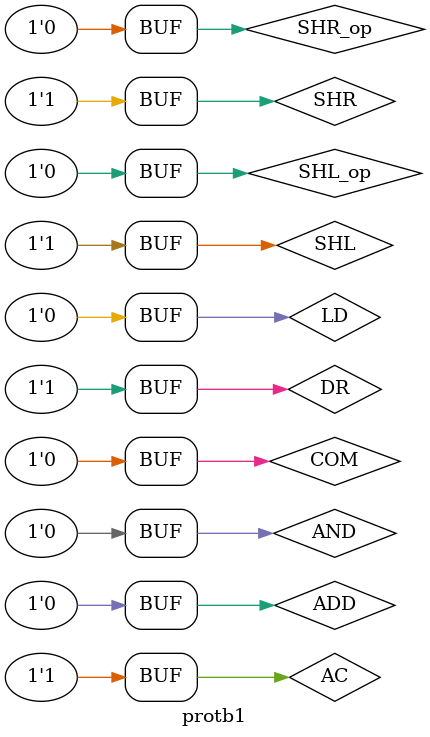
<source format=v>
`include "pro_1.v"
module protb1;
    reg DR, AC, INPR, COM, SHR, SHL, AND, ADD, INPR_op, COM_op, SHR_op, SHL_op, LD;
    wire Q;

    pro_1 in (
        .DR(DR),
        .AC(AC),
        .INPR(INPR),
        .COM(COM),
        .SHR(SHR),
        .SHL(SHL),
        .AND(AND),
        .ADD(ADD),
        .INPR_op(INPR_op),
        .COM_op(COM_op),
        .SHR_op(SHR_op),
        .SHL_op(SHL_op),
        .LD(LD),
        .Q(Q)
    );

    initial begin
        $dumpfile("pro_1.vcd");
        $dumpvars(0, protb1);

        #10 DR = 1; AC = 1; AND = 1; LD = 1;
        #10 AND = 0; LD = 0;

        #10 DR = 1; AC = 1; ADD = 1; LD = 1;
        #10 ADD = 0; LD = 0;

        #10 AC = 1; COM = 1; LD = 1;
        #10 COM = 0; LD = 0;

        #10 SHR = 1; SHR_op = 1; LD = 1;
        #10 SHR_op = 0; LD = 0;

        #10 SHL = 1; SHL_op = 1; LD = 1;
        #10 SHL_op = 0; LD = 0;
        #10;
    end
endmodule

</source>
